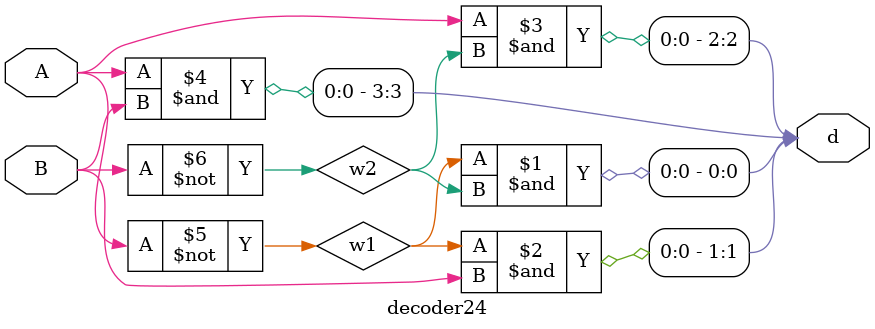
<source format=sv>
module decoder24(A, B,d);
  output [3:0] d;
  input A, B;
wire w1,w2;
  not n1(w1,A);
  not n2(w2,B);
  
  and a1(d[0],w1,w2);
  and a2(d[1],w1,B);
  and a3(d[2],A,w2);
  and a4(d[3],A,B);
   
  endmodule

</source>
